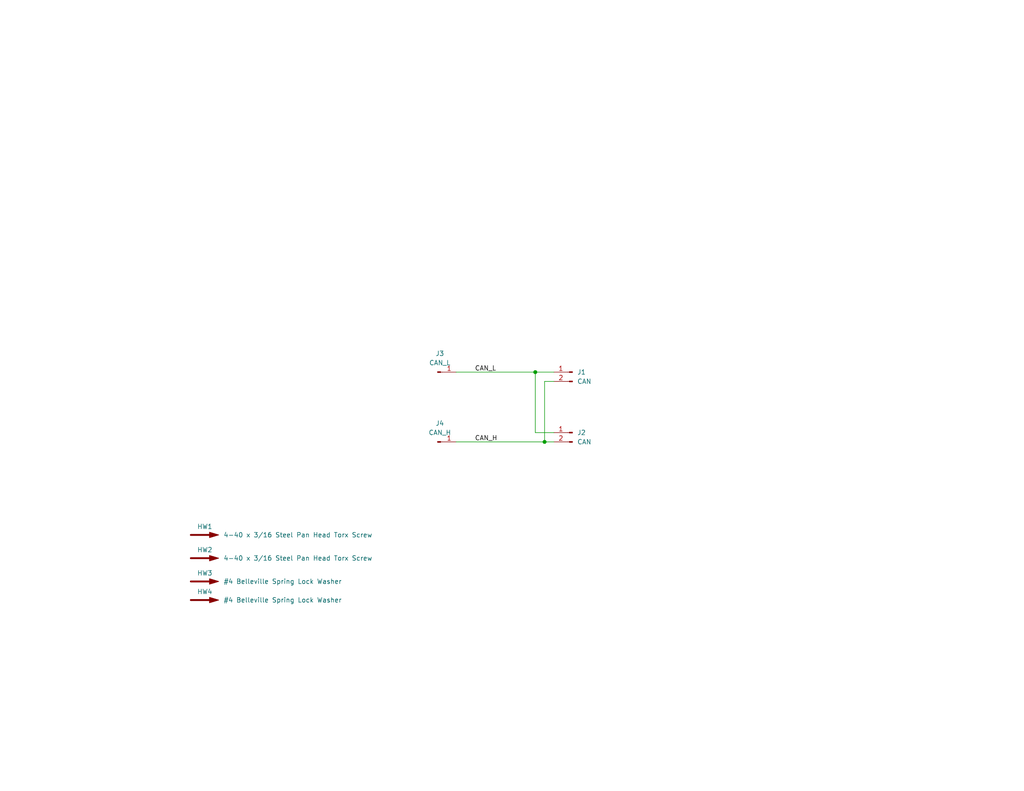
<source format=kicad_sch>
(kicad_sch (version 20231120) (generator "eeschema") (generator_version "8.0")
  (paper "A")
  (title_block (title "Kraken CAN Adapter") (date "2024-06-22") (rev "2") (company "971 Spartan Robotics"))
  (lib_symbols
    (symbol "Connector:Conn_01x01_Pin" (pin_names (offset 1.016) hide)
      (property "Reference" "J" (at 0 2.54 0))
      (property "Value" "Conn_01x01_Pin" (at 0 -2.54 0))
      (symbol "Conn_01x01_Pin_1_1"
        (polyline (pts (xy 1.27 0) (xy 0.8636 0)) (stroke (width 0.1524)))
        (rectangle (start 0.8636 0.127) (end 0 -0.127) (stroke (width 0.1524)) (fill (type outline)))
        (pin passive line (at 5.08 0 180) (length 3.81) (name "Pin_1") (number "1"))
      )
    )
    (symbol "Connector:Conn_01x02_Pin" (pin_names (offset 1.016) hide)
      (property "Reference" "J" (at 0 2.54 0))
      (property "Value" "Conn_01x02_Pin" (at 0 -5.08 0))
      (symbol "Conn_01x02_Pin_1_1"
        (polyline (pts (xy 1.27 -2.54) (xy 0.8636 -2.54)) (stroke (width 0.1524)))
        (polyline (pts (xy 1.27 0) (xy 0.8636 0)) (stroke (width 0.1524)))
        (rectangle (start 0.8636 -2.413) (end 0 -2.667) (stroke (width 0.1524)) (fill (type outline)))
        (rectangle (start 0.8636 0.127) (end 0 -0.127) (stroke (width 0.1524)) (fill (type outline)))
        (pin passive line (at 5.08 0 180) (length 3.81) (name "Pin_1") (number "1"))
        (pin passive line (at 5.08 -2.54 180) (length 3.81) (name "Pin_2") (number "2"))
      )
    )
    (symbol "Graphic:SYM_Arrow_Large" (in_bom no) (on_board no)
      (symbol "SYM_Arrow_Large_0_1"
        (polyline (pts (xy 2.54 0) (xy -3.81 0)) (stroke (width 0.508)))
        (polyline (pts (xy 3.81 0) (xy 1.27 -0.762) (xy 1.27 0.762) (xy 3.81 0)) (fill (type outline)))
      )
    )
  )
  (junction (at 148.59 120.65))
  (junction (at 146.05 101.6))
  (wire (pts (xy 146.05 101.6) (xy 146.05 118.11)))
  (wire (pts (xy 148.59 120.65) (xy 124.46 120.65)))
  (wire (pts (xy 148.59 104.14) (xy 148.59 120.65)))
  (wire (pts (xy 148.59 120.65) (xy 151.13 120.65)))
  (wire (pts (xy 146.05 101.6) (xy 151.13 101.6)))
  (wire (pts (xy 146.05 101.6) (xy 124.46 101.6)))
  (wire (pts (xy 151.13 104.14) (xy 148.59 104.14)))
  (wire (pts (xy 151.13 118.11) (xy 146.05 118.11)))
  (label "CAN_L" (at 129.54 101.6 0))
  (label "CAN_H" (at 129.54 120.65 0))
  (symbol (lib_id "Graphic:SYM_Arrow_Large") (at 55.88 152.4 0) (unit 1) (on_board no)
    (property "Reference" "HW2" (at 55.88 150.114 0))
    (property "Value" "4-40 x 3/16 Steel Pan Head Torx Screw" (at 60.96 152.4 0) (effects (justify left)))
    (property "Datasheet" "https://www.mcmaster.com/93701A250/" (effects (hide yes)))
    (property "MFG" "McMaster-Carr" (effects (hide yes)))
    (property "MFG P/N" "93701A250" (effects (hide yes)))
  )
  (symbol (lib_id "Graphic:SYM_Arrow_Large") (at 55.88 158.75 0) (unit 1) (on_board no)
    (property "Reference" "HW3" (at 55.88 156.464 0))
    (property "Value" "#4 Belleville Spring Lock Washer" (at 60.96 158.75 0) (effects (justify left)))
    (property "Datasheet" "https://www.mcmaster.com/90895A121/" (effects (hide yes)))
    (property "MFG" "McMaster-Carr" (effects (hide yes)))
    (property "MFG P/N" "90895A121" (effects (hide yes)))
  )
  (symbol (lib_id "Graphic:SYM_Arrow_Large") (at 55.88 163.83 0) (unit 1) (on_board no)
    (property "Reference" "HW4" (at 55.88 161.544 0))
    (property "Value" "#4 Belleville Spring Lock Washer" (at 60.96 163.83 0) (effects (justify left)))
    (property "Datasheet" "https://www.mcmaster.com/90895A121/" (effects (hide yes)))
    (property "MFG" "McMaster-Carr" (effects (hide yes)))
    (property "MFG P/N" "90895A121" (effects (hide yes)))
  )
  (symbol (lib_id "Graphic:SYM_Arrow_Large") (at 55.88 146.05 0) (unit 1) (on_board no)
    (property "Reference" "HW1" (at 55.88 143.764 0))
    (property "Value" "4-40 x 3/16 Steel Pan Head Torx Screw" (at 60.96 146.05 0) (effects (justify left)))
    (property "Datasheet" "https://www.mcmaster.com/93701A250/" (effects (hide yes)))
    (property "MFG" "McMaster-Carr" (effects (hide yes)))
    (property "MFG P/N" "93701A250" (effects (hide yes)))
  )
  (symbol (lib_id "Connector:Conn_01x01_Pin") (at 119.38 101.6 0) (unit 1) (in_bom no)
    (property "Reference" "J3" (at 120.015 96.52 0))
    (property "Value" "CAN_L" (at 120.015 99.06 0))
    (property "Footprint" "kraken-adapter:ScrewTerminal-#4" (effects (hide yes)))
  )
  (symbol (lib_id "Connector:Conn_01x02_Pin") (at 156.21 118.11 0) (mirror y) (unit 1)
    (property "Reference" "J2" (at 157.48 118.11 0) (effects (justify right)))
    (property "Value" "CAN" (at 157.48 120.65 0) (effects (justify right)))
    (property "Footprint" "kraken-adapter:70541-0001" (effects (hide yes)))
    (property "MFG" "Molex" (effects (hide yes)))
    (property "MFG P/N" "0705450036" (effects (hide yes)))
    (property "DIST" "Digikey" (effects (hide yes)))
    (property "DIST P/N" "WM4142-ND" (effects (hide yes)))
  )
  (symbol (lib_id "Connector:Conn_01x01_Pin") (at 119.38 120.65 0) (unit 1) (in_bom no)
    (property "Reference" "J4" (at 120.015 115.57 0))
    (property "Value" "CAN_H" (at 120.015 118.11 0))
    (property "Footprint" "kraken-adapter:ScrewTerminal-#4" (effects (hide yes)))
  )
  (symbol (lib_id "Connector:Conn_01x02_Pin") (at 156.21 101.6 0) (mirror y) (unit 1)
    (property "Reference" "J1" (at 157.48 101.6 0) (effects (justify right)))
    (property "Value" "CAN" (at 157.48 104.14 0) (effects (justify right)))
    (property "Footprint" "kraken-adapter:70541-0001" (effects (hide yes)))
    (property "Datasheet" "Components/Molex-705450011_sd.pdf" (effects (hide yes)))
    (property "MFG" "Molex" (effects (hide yes)))
    (property "MFG P/N" "0705450036" (effects (hide yes)))
    (property "DIST" "Digikey" (effects (hide yes)))
    (property "DIST P/N" "WM4142-ND" (effects (hide yes)))
  )
)
</source>
